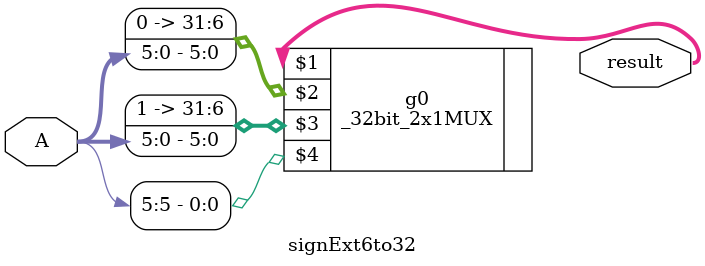
<source format=v>
module signExt6to32(result, A);
input [5:0] A;
output [31:0] result;


_32bit_2x1MUX g0(result, {26'b00_0000_0000_0000_0000_0000_0000, A}, {26'b11_1111_1111_1111_1111_1111_1111, A}, A[5]);

endmodule

</source>
